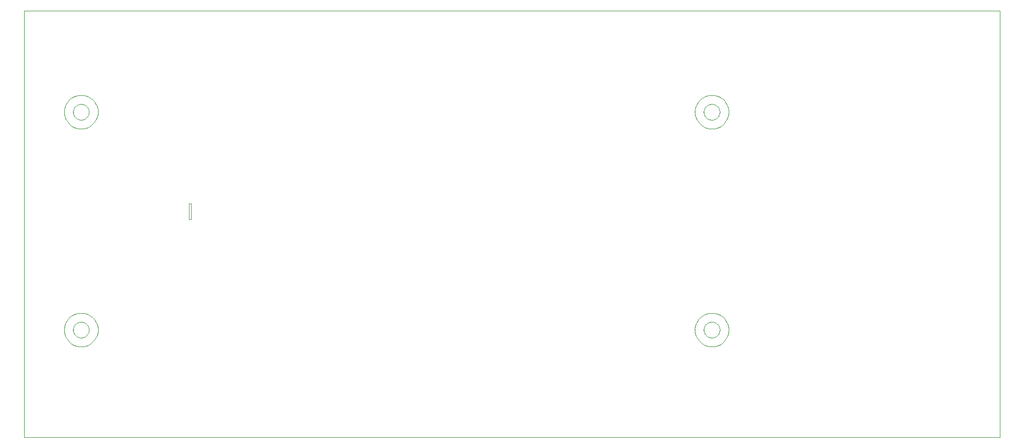
<source format=gts>
*%FSLAX23Y23*%
*%MOIN*%
G01*
D11*
X13138Y6611D02*
Y9386D01*
X6806D02*
Y6611D01*
Y9386D02*
X13138D01*
Y6611D02*
X6806D01*
D21*
X12426Y8636D02*
D03*
Y7196D02*
D03*
X7571Y7421D02*
D03*
D23*
X12576Y7091D02*
D03*
Y9206D02*
D03*
X12571Y8496D02*
D03*
X12576Y7791D02*
D03*
X12326Y7541D02*
D03*
Y6836D02*
D03*
X12456Y7496D02*
D03*
Y7356D02*
D03*
X12396Y6816D02*
D03*
X12426Y6791D02*
D03*
X12456Y6766D02*
D03*
X12486Y6741D02*
D03*
Y7091D02*
D03*
X12491Y7136D02*
D03*
X12481Y8496D02*
D03*
X12486Y7791D02*
D03*
X12426Y8576D02*
D03*
Y8926D02*
D03*
X12476Y8796D02*
D03*
X12486Y9206D02*
D03*
X12186Y8901D02*
D03*
X12231Y7186D02*
D03*
X12186Y7406D02*
D03*
X12141Y7291D02*
D03*
X12276Y8901D02*
D03*
X12321Y8246D02*
D03*
X12181Y8186D02*
D03*
X12291Y8846D02*
D03*
X12216Y8646D02*
D03*
X12186Y6776D02*
D03*
X11931Y9041D02*
D03*
Y7691D02*
D03*
Y6921D02*
D03*
Y8331D02*
D03*
X11591Y7867D02*
D03*
X11566Y9216D02*
D03*
X11546Y8756D02*
D03*
X11646Y7541D02*
D03*
X11566Y8511D02*
D03*
X11646Y8191D02*
D03*
Y7271D02*
D03*
X11616Y7096D02*
D03*
X11486Y8896D02*
D03*
X11446Y7561D02*
D03*
X11456Y8191D02*
D03*
X11371Y7096D02*
D03*
X11511Y9066D02*
D03*
X11201Y6996D02*
D03*
X11031Y7941D02*
D03*
X11091Y7381D02*
D03*
X11076Y6901D02*
D03*
X11091Y7291D02*
D03*
X11071Y8896D02*
D03*
X10971Y8375D02*
D03*
X11091Y8286D02*
D03*
Y7801D02*
D03*
X10786Y7536D02*
D03*
X10841Y6801D02*
D03*
X10786Y7626D02*
D03*
X10881Y8896D02*
D03*
X10776Y8526D02*
D03*
X10786Y8021D02*
D03*
X10776Y8616D02*
D03*
X10786Y8111D02*
D03*
X10879Y7051D02*
D03*
X10571Y8031D02*
D03*
Y7066D02*
D03*
X10711Y7481D02*
D03*
X10731Y6951D02*
D03*
X10726Y7026D02*
D03*
X10561Y8481D02*
D03*
X10664Y8528D02*
D03*
X10686Y7971D02*
D03*
X10556Y7546D02*
D03*
X10486Y8916D02*
D03*
X10421Y7026D02*
D03*
X10191Y7656D02*
D03*
Y7206D02*
D03*
Y7431D02*
D03*
X10231Y7026D02*
D03*
X10186Y8556D02*
D03*
X10191Y8106D02*
D03*
X10186Y8331D02*
D03*
X10191Y7881D02*
D03*
X10186Y8706D02*
D03*
X10081Y7196D02*
D03*
X10111Y6691D02*
D03*
X10021Y6911D02*
D03*
X9991Y6661D02*
D03*
Y7196D02*
D03*
X9976Y7701D02*
D03*
X10051Y6996D02*
D03*
X10166Y6966D02*
D03*
Y6861D02*
D03*
X10051D02*
D03*
X9976Y8281D02*
D03*
X9841Y7326D02*
D03*
X9894Y6803D02*
D03*
X9861Y8041D02*
D03*
X9806Y7941D02*
D03*
X9871Y8158D02*
D03*
Y7824D02*
D03*
X9856Y8346D02*
D03*
X9626Y6801D02*
D03*
X9686Y7016D02*
D03*
X9631Y6986D02*
D03*
X9656Y6951D02*
D03*
X9662Y6771D02*
D03*
X9751Y6916D02*
D03*
X9716Y6956D02*
D03*
X9721Y7248D02*
D03*
X9771Y7642D02*
D03*
X9631Y7701D02*
D03*
X9621Y8281D02*
D03*
X9741Y8158D02*
D03*
Y7824D02*
D03*
X9541Y7361D02*
D03*
X9411Y7041D02*
D03*
X9541Y7076D02*
D03*
X9581Y7361D02*
D03*
X9486Y7211D02*
D03*
X9487Y7006D02*
D03*
X9421Y6726D02*
D03*
X9291Y7001D02*
D03*
X9261Y7026D02*
D03*
X9291Y6901D02*
D03*
X8321Y8011D02*
D03*
X8171Y8151D02*
D03*
X7626Y8171D02*
D03*
X7571Y6981D02*
D03*
X7421Y7481D02*
D03*
D29*
X11158Y8727D02*
X11160D01*
X11158D02*
X11159Y8714D01*
X11161Y8702D01*
X11165Y8690D01*
X11170Y8678D01*
X11177Y8667D01*
X11184Y8657D01*
X11193Y8647D01*
X11203Y8639D01*
X11213Y8632D01*
X11225Y8626D01*
X11237Y8622D01*
X11249Y8619D01*
X11262Y8618D01*
X11274D01*
X11287Y8619D01*
X11299Y8622D01*
X11311Y8626D01*
X11323Y8632D01*
X11333Y8639D01*
X11343Y8647D01*
X11352Y8657D01*
X11359Y8667D01*
X11366Y8678D01*
X11371Y8690D01*
X11375Y8702D01*
X11377Y8714D01*
X11378Y8727D01*
X11378D01*
X11378D02*
X11377Y8740D01*
X11375Y8752D01*
X11371Y8764D01*
X11366Y8776D01*
X11359Y8787D01*
X11352Y8797D01*
X11343Y8807D01*
X11333Y8815D01*
X11323Y8822D01*
X11311Y8828D01*
X11299Y8832D01*
X11287Y8835D01*
X11274Y8836D01*
X11262D01*
X11249Y8835D01*
X11237Y8832D01*
X11225Y8828D01*
X11213Y8822D01*
X11203Y8815D01*
X11193Y8807D01*
X11184Y8797D01*
X11177Y8787D01*
X11170Y8776D01*
X11165Y8764D01*
X11161Y8752D01*
X11159Y8740D01*
X11158Y8727D01*
X11216D02*
X11218D01*
X11216D02*
X11218Y8716D01*
X11221Y8706D01*
X11226Y8697D01*
X11234Y8689D01*
X11242Y8682D01*
X11252Y8678D01*
X11263Y8676D01*
X11273D01*
X11284Y8678D01*
X11294Y8682D01*
X11302Y8689D01*
X11310Y8697D01*
X11315Y8706D01*
X11318Y8716D01*
X11320Y8727D01*
X11320D01*
X11320D02*
X11318Y8738D01*
X11315Y8748D01*
X11310Y8757D01*
X11302Y8765D01*
X11294Y8772D01*
X11284Y8776D01*
X11273Y8778D01*
X11263D01*
X11252Y8776D01*
X11242Y8772D01*
X11234Y8765D01*
X11226Y8757D01*
X11221Y8748D01*
X11218Y8738D01*
X11216Y8727D01*
X11268D02*
D03*
X11158Y7310D02*
X11160D01*
X11158D02*
X11159Y7297D01*
X11161Y7285D01*
X11165Y7273D01*
X11170Y7261D01*
X11177Y7250D01*
X11184Y7240D01*
X11193Y7230D01*
X11203Y7222D01*
X11213Y7215D01*
X11225Y7209D01*
X11237Y7205D01*
X11249Y7202D01*
X11262Y7201D01*
X11274D01*
X11287Y7202D01*
X11299Y7205D01*
X11311Y7209D01*
X11323Y7215D01*
X11333Y7222D01*
X11343Y7230D01*
X11352Y7240D01*
X11359Y7250D01*
X11366Y7261D01*
X11371Y7273D01*
X11375Y7285D01*
X11377Y7297D01*
X11378Y7310D01*
X11378D01*
X11378D02*
X11377Y7323D01*
X11375Y7335D01*
X11371Y7347D01*
X11366Y7359D01*
X11359Y7370D01*
X11352Y7380D01*
X11343Y7390D01*
X11333Y7398D01*
X11323Y7405D01*
X11311Y7411D01*
X11299Y7415D01*
X11287Y7418D01*
X11274Y7419D01*
X11262D01*
X11249Y7418D01*
X11237Y7415D01*
X11225Y7411D01*
X11213Y7405D01*
X11203Y7398D01*
X11193Y7390D01*
X11184Y7380D01*
X11177Y7370D01*
X11170Y7359D01*
X11165Y7347D01*
X11161Y7335D01*
X11159Y7323D01*
X11158Y7310D01*
X11216D02*
X11218D01*
X11216D02*
X11218Y7299D01*
X11221Y7289D01*
X11226Y7280D01*
X11234Y7272D01*
X11242Y7265D01*
X11252Y7261D01*
X11263Y7259D01*
X11273D01*
X11284Y7261D01*
X11294Y7265D01*
X11302Y7272D01*
X11310Y7280D01*
X11315Y7289D01*
X11318Y7299D01*
X11320Y7310D01*
X11320D01*
X11320D02*
X11318Y7321D01*
X11315Y7331D01*
X11310Y7340D01*
X11302Y7348D01*
X11294Y7355D01*
X11284Y7359D01*
X11273Y7361D01*
X11263D01*
X11252Y7359D01*
X11242Y7355D01*
X11234Y7348D01*
X11226Y7340D01*
X11221Y7331D01*
X11218Y7321D01*
X11216Y7310D01*
X11268D02*
D03*
X7064Y8727D02*
X7066D01*
X7064D02*
X7065Y8714D01*
X7067Y8702D01*
X7071Y8690D01*
X7076Y8678D01*
X7083Y8667D01*
X7090Y8657D01*
X7099Y8647D01*
X7109Y8639D01*
X7119Y8632D01*
X7131Y8626D01*
X7143Y8622D01*
X7155Y8619D01*
X7168Y8618D01*
X7180D01*
X7193Y8619D01*
X7205Y8622D01*
X7217Y8626D01*
X7229Y8632D01*
X7239Y8639D01*
X7249Y8647D01*
X7258Y8657D01*
X7265Y8667D01*
X7272Y8678D01*
X7277Y8690D01*
X7281Y8702D01*
X7283Y8714D01*
X7284Y8727D01*
X7284D01*
X7284D02*
X7283Y8740D01*
X7281Y8752D01*
X7277Y8764D01*
X7272Y8776D01*
X7265Y8787D01*
X7258Y8797D01*
X7249Y8807D01*
X7239Y8815D01*
X7229Y8822D01*
X7217Y8828D01*
X7205Y8832D01*
X7193Y8835D01*
X7180Y8836D01*
X7168D01*
X7155Y8835D01*
X7143Y8832D01*
X7131Y8828D01*
X7119Y8822D01*
X7109Y8815D01*
X7099Y8807D01*
X7090Y8797D01*
X7083Y8787D01*
X7076Y8776D01*
X7071Y8764D01*
X7067Y8752D01*
X7065Y8740D01*
X7064Y8727D01*
X7122D02*
X7124D01*
X7122D02*
X7124Y8716D01*
X7127Y8706D01*
X7132Y8697D01*
X7140Y8689D01*
X7148Y8682D01*
X7158Y8678D01*
X7169Y8676D01*
X7179D01*
X7190Y8678D01*
X7200Y8682D01*
X7208Y8689D01*
X7216Y8697D01*
X7221Y8706D01*
X7224Y8716D01*
X7226Y8727D01*
X7226D01*
X7226D02*
X7224Y8738D01*
X7221Y8748D01*
X7216Y8757D01*
X7208Y8765D01*
X7200Y8772D01*
X7190Y8776D01*
X7179Y8778D01*
X7169D01*
X7158Y8776D01*
X7148Y8772D01*
X7140Y8765D01*
X7132Y8757D01*
X7127Y8748D01*
X7124Y8738D01*
X7122Y8727D01*
X7174D02*
D03*
X7064Y7310D02*
X7066D01*
X7064D02*
X7065Y7297D01*
X7067Y7285D01*
X7071Y7273D01*
X7076Y7261D01*
X7083Y7250D01*
X7090Y7240D01*
X7099Y7230D01*
X7109Y7222D01*
X7119Y7215D01*
X7131Y7209D01*
X7143Y7205D01*
X7155Y7202D01*
X7168Y7201D01*
X7180D01*
X7193Y7202D01*
X7205Y7205D01*
X7217Y7209D01*
X7229Y7215D01*
X7239Y7222D01*
X7249Y7230D01*
X7258Y7240D01*
X7265Y7250D01*
X7272Y7261D01*
X7277Y7273D01*
X7281Y7285D01*
X7283Y7297D01*
X7284Y7310D01*
X7284D01*
X7284D02*
X7283Y7323D01*
X7281Y7335D01*
X7277Y7347D01*
X7272Y7359D01*
X7265Y7370D01*
X7258Y7380D01*
X7249Y7390D01*
X7239Y7398D01*
X7229Y7405D01*
X7217Y7411D01*
X7205Y7415D01*
X7193Y7418D01*
X7180Y7419D01*
X7168D01*
X7155Y7418D01*
X7143Y7415D01*
X7131Y7411D01*
X7119Y7405D01*
X7109Y7398D01*
X7099Y7390D01*
X7090Y7380D01*
X7083Y7370D01*
X7076Y7359D01*
X7071Y7347D01*
X7067Y7335D01*
X7065Y7323D01*
X7064Y7310D01*
X7122D02*
X7124D01*
X7122D02*
X7124Y7299D01*
X7127Y7289D01*
X7132Y7280D01*
X7140Y7272D01*
X7148Y7265D01*
X7158Y7261D01*
X7169Y7259D01*
X7179D01*
X7190Y7261D01*
X7200Y7265D01*
X7208Y7272D01*
X7216Y7280D01*
X7221Y7289D01*
X7224Y7299D01*
X7226Y7310D01*
X7226D01*
X7226D02*
X7224Y7321D01*
X7221Y7331D01*
X7216Y7340D01*
X7208Y7348D01*
X7200Y7355D01*
X7190Y7359D01*
X7179Y7361D01*
X7169D01*
X7158Y7359D01*
X7148Y7355D01*
X7140Y7348D01*
X7132Y7340D01*
X7127Y7331D01*
X7124Y7321D01*
X7122Y7310D01*
X7174D02*
D03*
D31*
X8606Y6801D02*
D03*
X8206D02*
D03*
X9156Y6901D02*
D03*
X9106Y6801D02*
D03*
X9056Y6901D02*
D03*
X9006Y6801D02*
D03*
X8956Y6901D02*
D03*
X8906Y6801D02*
D03*
X8856Y6901D02*
D03*
X8806Y6801D02*
D03*
X8756Y6901D02*
D03*
X8706Y6801D02*
D03*
X8656Y6901D02*
D03*
X8556D02*
D03*
X8506Y6801D02*
D03*
X8456Y6901D02*
D03*
X8406Y6801D02*
D03*
X8356Y6901D02*
D03*
X8306Y6801D02*
D03*
X8256Y6901D02*
D03*
X7416Y6801D02*
D03*
X7016D02*
D03*
X7966Y6901D02*
D03*
X7916Y6801D02*
D03*
X7866Y6901D02*
D03*
X7816Y6801D02*
D03*
X7766Y6901D02*
D03*
X7716Y6801D02*
D03*
X7666Y6901D02*
D03*
X7616Y6801D02*
D03*
X7566Y6901D02*
D03*
X7516Y6801D02*
D03*
X7466Y6901D02*
D03*
X7366D02*
D03*
X7316Y6801D02*
D03*
X7266Y6901D02*
D03*
X7216Y6801D02*
D03*
X7166Y6901D02*
D03*
X7116Y6801D02*
D03*
X7066Y6901D02*
D03*
D34*
X12186Y9176D02*
D03*
X12181Y8466D02*
D03*
X12186Y7761D02*
D03*
Y7056D02*
D03*
X10726Y8311D02*
D03*
Y7826D02*
D03*
X10721Y8821D02*
D03*
X10726Y7316D02*
D03*
D35*
X12672Y7764D02*
D03*
Y7664D02*
D03*
Y8373D02*
D03*
Y8473D02*
D03*
Y9182D02*
D03*
Y9082D02*
D03*
Y6955D02*
D03*
Y7055D02*
D03*
D37*
X12872Y9080D02*
D03*
Y6955D02*
D03*
X8150Y6873D02*
D03*
X6960D02*
D03*
D40*
X12971Y8981D02*
D03*
X12773D02*
D03*
Y9179D02*
D03*
X12971D02*
D03*
Y7054D02*
D03*
X12773D02*
D03*
Y6856D02*
D03*
X12971D02*
D03*
D46*
X12872Y9282D02*
D03*
D48*
Y7464D02*
D03*
Y7864D02*
D03*
Y8573D02*
D03*
Y8173D02*
D03*
Y8882D02*
D03*
Y7155D02*
D03*
Y6755D02*
D03*
D50*
X9946Y7590D02*
D03*
D52*
X9609Y7337D02*
D03*
X9686D02*
D03*
X9660D02*
D03*
X9686Y7213D02*
D03*
X9660D02*
D03*
X9635D02*
D03*
X9609D02*
D03*
X9635Y7337D02*
D03*
X9784Y6892D02*
D03*
X9861D02*
D03*
X9835D02*
D03*
X9861Y6768D02*
D03*
X9835D02*
D03*
X9810D02*
D03*
X9784D02*
D03*
X9810Y6892D02*
D03*
D54*
X12426Y8860D02*
D03*
X12476Y8636D02*
D03*
X12526D02*
D03*
X12576D02*
D03*
Y8860D02*
D03*
X12526D02*
D03*
X12476D02*
D03*
X12426Y7420D02*
D03*
X12476Y7196D02*
D03*
X12526D02*
D03*
X12576D02*
D03*
Y7420D02*
D03*
X12526D02*
D03*
X12476D02*
D03*
X7571Y7197D02*
D03*
X7521Y7421D02*
D03*
X7471D02*
D03*
X7421D02*
D03*
Y7197D02*
D03*
X7471D02*
D03*
X7521D02*
D03*
D57*
X12576Y9076D02*
D03*
X12486D02*
D03*
X12276Y8956D02*
D03*
X12186D02*
D03*
X12571Y8366D02*
D03*
X12481D02*
D03*
X12486Y9151D02*
D03*
X12576D02*
D03*
X12271Y8246D02*
D03*
X12181D02*
D03*
X12486Y7736D02*
D03*
X12576D02*
D03*
X12481Y8441D02*
D03*
X12571D02*
D03*
X12481Y8291D02*
D03*
X12571D02*
D03*
X12486Y9001D02*
D03*
X12576D02*
D03*
X12186Y6836D02*
D03*
X12276D02*
D03*
X12576Y7661D02*
D03*
X12486D02*
D03*
X12276Y7541D02*
D03*
X12186D02*
D03*
X12576Y6956D02*
D03*
X12486D02*
D03*
Y7031D02*
D03*
X12576D02*
D03*
X12486Y7586D02*
D03*
X12576D02*
D03*
X12486Y6881D02*
D03*
X12576D02*
D03*
X11596Y8191D02*
D03*
X11506D02*
D03*
X11021Y8896D02*
D03*
X10931D02*
D03*
X10396Y8856D02*
D03*
X10486D02*
D03*
X10396Y8781D02*
D03*
X10486D02*
D03*
X10396Y8706D02*
D03*
X10486D02*
D03*
X10396Y8631D02*
D03*
X10486D02*
D03*
X10396Y8556D02*
D03*
X10486D02*
D03*
X10396Y8481D02*
D03*
X10486D02*
D03*
X10396Y8406D02*
D03*
X10486D02*
D03*
X10396Y8331D02*
D03*
X10486D02*
D03*
X10396Y8256D02*
D03*
X10486D02*
D03*
X10396Y8181D02*
D03*
X10486D02*
D03*
X10396Y8106D02*
D03*
X10486D02*
D03*
X10396Y8031D02*
D03*
X10486D02*
D03*
X10396Y7956D02*
D03*
X10486D02*
D03*
X10396Y7881D02*
D03*
X10486D02*
D03*
X10396Y7806D02*
D03*
X10486D02*
D03*
X10726Y7096D02*
D03*
X10816D02*
D03*
X11591Y7271D02*
D03*
X11501D02*
D03*
X11591Y7541D02*
D03*
X11501D02*
D03*
X10396Y7731D02*
D03*
X10486D02*
D03*
X10396Y7656D02*
D03*
X10486D02*
D03*
X10396Y7581D02*
D03*
X10486D02*
D03*
X10396Y7506D02*
D03*
X10486D02*
D03*
X10396Y7431D02*
D03*
X10486D02*
D03*
X10396Y7356D02*
D03*
X10486D02*
D03*
X10396Y7281D02*
D03*
X10486D02*
D03*
X10396Y7206D02*
D03*
X10486D02*
D03*
X10396Y7131D02*
D03*
X10486D02*
D03*
X9676Y8281D02*
D03*
X9766D02*
D03*
X9926Y8281D02*
D03*
X9836D02*
D03*
X10241Y8856D02*
D03*
X10331D02*
D03*
X10241Y8781D02*
D03*
X10331D02*
D03*
X10241Y8631D02*
D03*
X10331D02*
D03*
X10241Y8481D02*
D03*
X10331D02*
D03*
X10241Y8406D02*
D03*
X10331D02*
D03*
Y8556D02*
D03*
X10241D02*
D03*
X10331Y8706D02*
D03*
X10241D02*
D03*
X10331Y8331D02*
D03*
X10241D02*
D03*
Y8256D02*
D03*
X10331D02*
D03*
X10241Y8181D02*
D03*
X10331D02*
D03*
Y8106D02*
D03*
X10241D02*
D03*
Y8031D02*
D03*
X10331D02*
D03*
X10241Y7956D02*
D03*
X10331D02*
D03*
Y7881D02*
D03*
X10241D02*
D03*
Y7806D02*
D03*
X10331D02*
D03*
X9486Y6951D02*
D03*
X9576D02*
D03*
Y6876D02*
D03*
X9486D02*
D03*
X9576Y6801D02*
D03*
X9486D02*
D03*
Y6726D02*
D03*
X9576D02*
D03*
X9926Y7701D02*
D03*
X9836D02*
D03*
X9681D02*
D03*
X9771D02*
D03*
X10241Y7731D02*
D03*
X10331D02*
D03*
Y7656D02*
D03*
X10241D02*
D03*
Y7581D02*
D03*
X10331D02*
D03*
X10241Y7506D02*
D03*
X10331D02*
D03*
Y7431D02*
D03*
X10241D02*
D03*
Y7356D02*
D03*
X10331D02*
D03*
X10241Y7281D02*
D03*
X10331D02*
D03*
Y7206D02*
D03*
X10241D02*
D03*
Y7131D02*
D03*
X10331D02*
D03*
D62*
X9776Y7383D02*
D03*
X9936D02*
D03*
X9776Y7357D02*
D03*
X9936D02*
D03*
X9776Y7332D02*
D03*
X9936D02*
D03*
X9776Y7306D02*
D03*
X9936D02*
D03*
X9776Y7248D02*
D03*
X9936D02*
D03*
X9776Y7222D02*
D03*
X9936D02*
D03*
X9776Y7197D02*
D03*
X9936D02*
D03*
X9776Y7171D02*
D03*
X9936D02*
D03*
X9951Y6938D02*
D03*
X10111D02*
D03*
X9951Y6912D02*
D03*
X10111D02*
D03*
X9951Y6887D02*
D03*
X10111D02*
D03*
X9951Y6861D02*
D03*
X10111D02*
D03*
X9951Y6803D02*
D03*
X10111D02*
D03*
X9951Y6777D02*
D03*
X10111D02*
D03*
X9951Y6752D02*
D03*
X10111D02*
D03*
X9951Y6726D02*
D03*
X10111D02*
D03*
D63*
X7691Y8081D02*
D03*
Y8171D02*
D03*
Y7991D02*
D03*
D65*
X9351Y7040D02*
D03*
Y6901D02*
D03*
X8101Y8011D02*
D03*
Y8150D02*
D03*
X7556Y8011D02*
D03*
Y8150D02*
D03*
D66*
X12106Y8921D02*
D03*
Y9011D02*
D03*
Y9166D02*
D03*
Y9076D02*
D03*
X12101Y8456D02*
D03*
Y8366D02*
D03*
Y8211D02*
D03*
Y8301D02*
D03*
X12106Y7816D02*
D03*
Y7726D02*
D03*
X12291Y8791D02*
D03*
Y8701D02*
D03*
X12216Y8791D02*
D03*
Y8701D02*
D03*
X12196Y7261D02*
D03*
Y7351D02*
D03*
X12271Y7261D02*
D03*
Y7351D02*
D03*
X12106Y7571D02*
D03*
Y7661D02*
D03*
Y7046D02*
D03*
Y6956D02*
D03*
Y6801D02*
D03*
Y6891D02*
D03*
X11546Y8896D02*
D03*
Y8806D02*
D03*
X10726Y8111D02*
D03*
Y8021D02*
D03*
X10721Y8616D02*
D03*
Y8526D02*
D03*
X10561Y8711D02*
D03*
Y8621D02*
D03*
X10636D02*
D03*
Y8711D02*
D03*
Y8781D02*
D03*
Y8871D02*
D03*
X10561Y8781D02*
D03*
Y8871D02*
D03*
X11031Y8286D02*
D03*
Y8376D02*
D03*
X10646Y8111D02*
D03*
Y8201D02*
D03*
X10571D02*
D03*
Y8111D02*
D03*
Y8266D02*
D03*
Y8356D02*
D03*
X10646Y8266D02*
D03*
Y8356D02*
D03*
X11031Y7801D02*
D03*
Y7891D02*
D03*
X10646Y7786D02*
D03*
Y7876D02*
D03*
X10571Y7786D02*
D03*
Y7876D02*
D03*
X10621Y6891D02*
D03*
Y6981D02*
D03*
X11131Y6991D02*
D03*
Y6901D02*
D03*
X10646Y7626D02*
D03*
Y7716D02*
D03*
X10571D02*
D03*
Y7626D02*
D03*
X10726D02*
D03*
Y7536D02*
D03*
X10646Y7116D02*
D03*
Y7206D02*
D03*
X10571D02*
D03*
Y7116D02*
D03*
X10646Y7271D02*
D03*
Y7361D02*
D03*
X10571Y7271D02*
D03*
Y7361D02*
D03*
X11031Y7291D02*
D03*
Y7381D02*
D03*
X9351Y6811D02*
D03*
Y6721D02*
D03*
X9541Y7301D02*
D03*
Y7211D02*
D03*
X9716Y6861D02*
D03*
Y6771D02*
D03*
X8246Y8101D02*
D03*
Y8011D02*
D03*
X7571Y7121D02*
D03*
Y7031D02*
D03*
D68*
X12410Y9176D02*
D03*
X12186Y9126D02*
D03*
Y9076D02*
D03*
Y9026D02*
D03*
X12410D02*
D03*
Y9076D02*
D03*
Y9126D02*
D03*
X12405Y8416D02*
D03*
Y8366D02*
D03*
Y8316D02*
D03*
X12181D02*
D03*
Y8366D02*
D03*
Y8416D02*
D03*
X12405Y8466D02*
D03*
X12410Y7761D02*
D03*
X12186Y7711D02*
D03*
Y7661D02*
D03*
Y7611D02*
D03*
X12410D02*
D03*
Y7661D02*
D03*
Y7711D02*
D03*
Y7006D02*
D03*
Y6956D02*
D03*
Y6906D02*
D03*
X12186D02*
D03*
Y6956D02*
D03*
Y7006D02*
D03*
X12410Y7056D02*
D03*
X10950Y8311D02*
D03*
X10726Y8261D02*
D03*
Y8211D02*
D03*
Y8161D02*
D03*
X10950D02*
D03*
Y8211D02*
D03*
Y8261D02*
D03*
Y7826D02*
D03*
X10726Y7776D02*
D03*
Y7726D02*
D03*
Y7676D02*
D03*
X10950D02*
D03*
Y7726D02*
D03*
Y7776D02*
D03*
X10945Y8821D02*
D03*
X10721Y8771D02*
D03*
Y8721D02*
D03*
Y8671D02*
D03*
X10945D02*
D03*
Y8721D02*
D03*
Y8771D02*
D03*
X10950Y7316D02*
D03*
X10726Y7266D02*
D03*
Y7216D02*
D03*
Y7166D02*
D03*
X10950D02*
D03*
Y7216D02*
D03*
Y7266D02*
D03*
D72*
X11685Y9316D02*
D03*
Y9266D02*
D03*
Y9216D02*
D03*
Y9166D02*
D03*
Y9116D02*
D03*
Y9066D02*
D03*
Y9016D02*
D03*
Y8966D02*
D03*
X11441D02*
D03*
Y9016D02*
D03*
Y9066D02*
D03*
Y9116D02*
D03*
Y9166D02*
D03*
Y9216D02*
D03*
Y9266D02*
D03*
Y9316D02*
D03*
X11685Y8611D02*
D03*
Y8561D02*
D03*
Y8511D02*
D03*
Y8461D02*
D03*
Y8411D02*
D03*
Y8361D02*
D03*
Y8311D02*
D03*
Y8261D02*
D03*
X11441D02*
D03*
Y8311D02*
D03*
Y8361D02*
D03*
Y8411D02*
D03*
Y8461D02*
D03*
Y8511D02*
D03*
Y8561D02*
D03*
Y8611D02*
D03*
Y7966D02*
D03*
Y7916D02*
D03*
Y7866D02*
D03*
Y7816D02*
D03*
Y7766D02*
D03*
Y7716D02*
D03*
Y7666D02*
D03*
Y7616D02*
D03*
X11685D02*
D03*
Y7666D02*
D03*
Y7716D02*
D03*
Y7766D02*
D03*
Y7816D02*
D03*
Y7866D02*
D03*
Y7916D02*
D03*
Y7966D02*
D03*
Y7196D02*
D03*
Y7146D02*
D03*
Y7096D02*
D03*
Y7046D02*
D03*
Y6996D02*
D03*
Y6946D02*
D03*
Y6896D02*
D03*
Y6846D02*
D03*
X11441D02*
D03*
Y6896D02*
D03*
Y6946D02*
D03*
Y6996D02*
D03*
Y7046D02*
D03*
Y7096D02*
D03*
Y7146D02*
D03*
Y7196D02*
D03*
D73*
X12016Y7061D02*
D03*
X11791D02*
D03*
X12016Y7831D02*
D03*
X11791D02*
D03*
X12011Y8471D02*
D03*
X11786D02*
D03*
X12016Y9181D02*
D03*
X11791D02*
D03*
D74*
X9670Y7942D02*
D03*
Y7962D02*
D03*
Y7981D02*
D03*
X9942Y7765D02*
D03*
Y7784D02*
D03*
Y7804D02*
D03*
Y7824D02*
D03*
Y7843D02*
D03*
Y7863D02*
D03*
Y7883D02*
D03*
Y7903D02*
D03*
Y7922D02*
D03*
Y7942D02*
D03*
Y7962D02*
D03*
Y7981D02*
D03*
Y8001D02*
D03*
Y8021D02*
D03*
Y8040D02*
D03*
Y8060D02*
D03*
Y8080D02*
D03*
Y8099D02*
D03*
Y8119D02*
D03*
Y8139D02*
D03*
Y8158D02*
D03*
Y8178D02*
D03*
Y8198D02*
D03*
Y8217D02*
D03*
X9670Y8139D02*
D03*
X9670Y8119D02*
D03*
X9670Y8099D02*
D03*
Y8080D02*
D03*
Y8001D02*
D03*
Y7922D02*
D03*
Y7903D02*
D03*
Y7883D02*
D03*
Y7863D02*
D03*
Y7843D02*
D03*
Y7824D02*
D03*
Y7804D02*
D03*
Y7784D02*
D03*
Y7765D02*
D03*
Y8021D02*
D03*
Y8040D02*
D03*
Y8060D02*
D03*
Y8198D02*
D03*
Y8217D02*
D03*
Y8178D02*
D03*
Y8158D02*
D03*
D77*
X10986Y6861D02*
D03*
Y6996D02*
D03*
X10496Y7026D02*
D03*
Y6891D02*
D03*
X10841Y6996D02*
D03*
Y6861D02*
D03*
X10331Y7026D02*
D03*
Y6891D02*
D03*
D78*
X11856Y8991D02*
D03*
X12006Y9041D02*
D03*
Y8941D02*
D03*
X11856Y8281D02*
D03*
X12006Y8331D02*
D03*
Y8231D02*
D03*
X11856Y7641D02*
D03*
X12006Y7691D02*
D03*
Y7591D02*
D03*
X11856Y6871D02*
D03*
X12006Y6921D02*
D03*
Y6821D02*
D03*
D80*
X7874Y8029D02*
X7888D01*
Y8133D01*
X7874D01*
Y8029D01*
D02*
M02*

</source>
